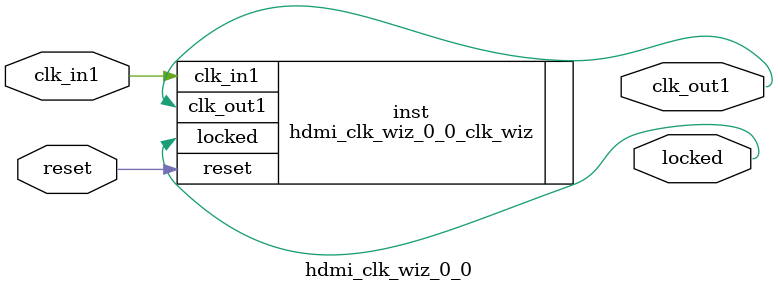
<source format=v>


`timescale 1ps/1ps

(* CORE_GENERATION_INFO = "hdmi_clk_wiz_0_0,clk_wiz_v6_0_2_0_0,{component_name=hdmi_clk_wiz_0_0,use_phase_alignment=true,use_min_o_jitter=false,use_max_i_jitter=false,use_dyn_phase_shift=false,use_inclk_switchover=false,use_dyn_reconfig=false,enable_axi=0,feedback_source=FDBK_AUTO,PRIMITIVE=MMCM,num_out_clk=1,clkin1_period=10.000,clkin2_period=10.000,use_power_down=false,use_reset=true,use_locked=true,use_inclk_stopped=false,feedback_type=SINGLE,CLOCK_MGR_TYPE=NA,manual_override=false}" *)

module hdmi_clk_wiz_0_0 
 (
  // Clock out ports
  output        clk_out1,
  // Status and control signals
  input         reset,
  output        locked,
 // Clock in ports
  input         clk_in1
 );

  hdmi_clk_wiz_0_0_clk_wiz inst
  (
  // Clock out ports  
  .clk_out1(clk_out1),
  // Status and control signals               
  .reset(reset), 
  .locked(locked),
 // Clock in ports
  .clk_in1(clk_in1)
  );

endmodule

</source>
